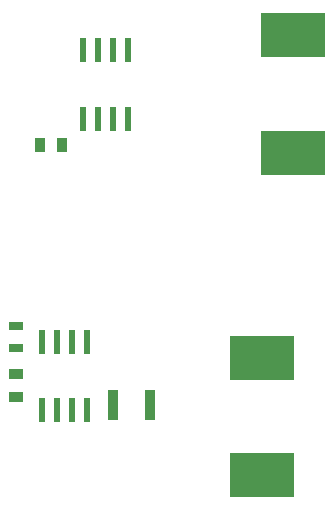
<source format=gtp>
G04*
G04 #@! TF.GenerationSoftware,Altium Limited,Altium Designer,23.8.1 (32)*
G04*
G04 Layer_Color=8421504*
%FSLAX44Y44*%
%MOMM*%
G71*
G04*
G04 #@! TF.SameCoordinates,A0AAC8ED-579F-4978-B833-FADF31FD8843*
G04*
G04*
G04 #@! TF.FilePolarity,Positive*
G04*
G01*
G75*
%ADD12R,0.6000X2.1000*%
%ADD13R,5.5000X3.8500*%
%ADD14R,1.3000X0.9000*%
%ADD15R,1.3000X0.7000*%
%ADD16R,0.9000X1.3000*%
%ADD17R,0.9000X2.5000*%
D12*
X196050Y165000D02*
D03*
X183350D02*
D03*
X170650D02*
D03*
X157950D02*
D03*
X196050Y107000D02*
D03*
X183350D02*
D03*
X170650D02*
D03*
X157950D02*
D03*
X231050Y412000D02*
D03*
X218350D02*
D03*
X205650D02*
D03*
X192950D02*
D03*
X231050Y354000D02*
D03*
X218350D02*
D03*
X205650D02*
D03*
X192950D02*
D03*
D13*
X345000Y52250D02*
D03*
Y151750D02*
D03*
X371000Y424750D02*
D03*
Y325250D02*
D03*
D14*
X136000Y137500D02*
D03*
Y118500D02*
D03*
D15*
Y159500D02*
D03*
Y178500D02*
D03*
D16*
X175500Y332000D02*
D03*
X156500D02*
D03*
D17*
X249500Y112000D02*
D03*
X218500D02*
D03*
M02*

</source>
